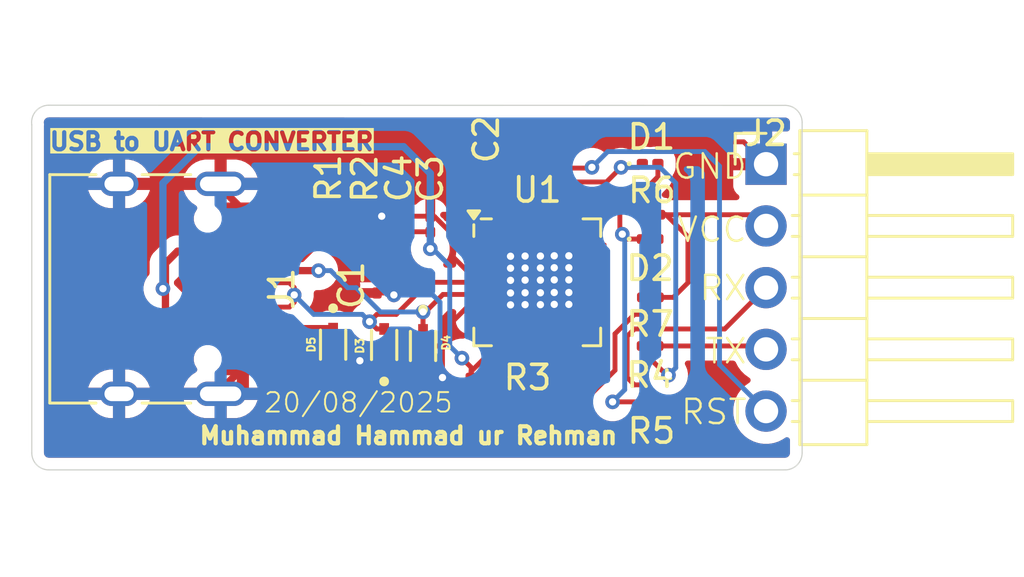
<source format=kicad_pcb>
(kicad_pcb (version 20241229) (generator "pcbnew") (generator_version "9.0")
  (layers (0 "F.Cu" signal) (2 "B.Cu" signal) (13 "F.Paste" user) (15 "B.Paste" user) (5 "F.SilkS" user "F.Silkscreen") (7 "B.SilkS" user "B.Silkscreen") (1 "F.Mask" user) (3 "B.Mask" user) (25 "Edge.Cuts" user))
  (net 0 "")
  (net 1 "GND")
  (net 2 "/RST")
  (net 3 "Net-(U1-~{DTR})")
  (net 4 "/VBUS")
  (net 5 "Net-(D1-K)")
  (net 6 "Net-(D1-A)")
  (net 7 "Net-(D2-K)")
  (net 8 "Net-(D2-A)")
  (net 9 "/D+")
  (net 10 "/D-")
  (net 12 "Net-(J1-CC1)")
  (net 13 "Net-(J1-CC2)")
  (net 15 "/RX")
  (net 16 "/TX")
  (net 17 "Net-(U1-~{RST})")
  (footprint "LED_SMD:LED_0201_0603Metric" (layer "F.Cu") (at 138.445 102.2)
    (property "Reference" "D2" (at 0 1.2 0) (layer "F.SilkS"))
    (property "Value" "LED")
    (fp_circle (center -0.86 0) (end -0.81 0) (stroke (width 0.1)) (fill no) (layer "F.SilkS"))
    (pad "1" smd roundrect (at -0.32 0) (size 0.46 0.4) (layers "F.Cu" "F.Mask") (net 7 "Net-(D2-K)"))
    (pad "2" smd roundrect (at 0.32 0) (size 0.46 0.4) (layers "F.Cu" "F.Mask") (net 8 "Net-(D2-A)"))
  )
  (footprint "LEDSD5D5.OCT1G:TVS_LESD5D5.0CT1G" (layer "F.Cu") (at 127.5 106.56 90)
    (property "Reference" "D3" (at -0.04 -1 90) (layer "F.SilkS") (effects (font (size 0.32 0.32))))
    (property "Value" "LESD5D5.0CT1G")
    (fp_line (start -0.6 -0.52) (end 0.6 -0.52) (stroke (width 0.127)) (layer "F.SilkS"))
    (fp_line (start 0.6 0.52) (end -0.6 0.52) (stroke (width 0.127)) (layer "F.SilkS"))
    (fp_circle (center -1.5 0) (end -1.4 0) (stroke (width 0.2)) (fill no) (layer "F.SilkS"))
    (pad "1" smd rect (at -0.66 0 90) (size 0.48 0.4) (layers "F.Cu" "F.Mask" "F.Paste") (net 1 "GND"))
    (pad "2" smd rect (at 0.66 0 90) (size 0.48 0.4) (layers "F.Cu" "F.Mask" "F.Paste") (net 9 "/D+"))
  )
  (footprint "Resistor_SMD:R_0201_0603Metric" (layer "F.Cu") (at 138.52 101.2 180)
    (property "Reference" "R6" (at 0 1 0) (layer "F.SilkS"))
    (property "Value" "1k")
    (pad "1" smd roundrect (at -0.32 0 180) (size 0.46 0.4) (layers "F.Cu" "F.Mask") (net 4 "/VBUS"))
    (pad "2" smd roundrect (at 0.32 0 180) (size 0.46 0.4) (layers "F.Cu" "F.Mask") (net 6 "Net-(D1-A)"))
  )
  (footprint "Package_DFN_QFN:QFN-28-1EP_5x5mm_P0.5mm_EP3.35x3.35mm" (layer "F.Cu") (at 133.8 103.98)
    (property "Reference" "U1" (at 0 -3.8 0) (layer "F.SilkS"))
    (property "Value" "CP2102N-Axx-xQFN28")
    (fp_line (start -2.61 -1.885) (end -2.61 -2.37) (stroke (width 0.12)) (layer "F.SilkS"))
    (fp_line (start -2.61 2.61) (end -2.61 1.885) (stroke (width 0.12)) (layer "F.SilkS"))
    (fp_line (start -1.885 -2.61) (end -2.31 -2.61) (stroke (width 0.12)) (layer "F.SilkS"))
    (fp_line (start -1.885 2.61) (end -2.61 2.61) (stroke (width 0.12)) (layer "F.SilkS"))
    (fp_line (start 1.885 -2.61) (end 2.61 -2.61) (stroke (width 0.12)) (layer "F.SilkS"))
    (fp_line (start 1.885 2.61) (end 2.61 2.61) (stroke (width 0.12)) (layer "F.SilkS"))
    (fp_line (start 2.61 -2.61) (end 2.61 -1.885) (stroke (width 0.12)) (layer "F.SilkS"))
    (fp_line (start 2.61 2.61) (end 2.61 1.885) (stroke (width 0.12)) (layer "F.SilkS"))
    (fp_poly (pts (xy -2.61 -2.61) (xy -2.85 -2.94) (xy -2.37 -2.94)) (stroke (width 0.12)) (fill yes) (layer "F.SilkS"))
    (pad "1" smd roundrect (at -2.45 -1.5) (size 0.8 0.25) (layers "F.Cu" "F.Mask" "F.Paste"))
    (pad "2" smd roundrect (at -2.45 -1) (size 0.8 0.25) (layers "F.Cu" "F.Mask" "F.Paste"))
    (pad "3" smd roundrect (at -2.45 -0.5) (size 0.8 0.25) (layers "F.Cu" "F.Mask" "F.Paste") (net 1 "GND"))
    (pad "4" smd roundrect (at -2.45 0) (size 0.8 0.25) (layers "F.Cu" "F.Mask" "F.Paste") (net 9 "/D+"))
    (pad "5" smd roundrect (at -2.45 0.5) (size 0.8 0.25) (layers "F.Cu" "F.Mask" "F.Paste") (net 10 "/D-"))
    (pad "6" smd roundrect (at -2.45 1) (size 0.8 0.25) (layers "F.Cu" "F.Mask" "F.Paste") (net 1 "GND"))
    (pad "7" smd roundrect (at -2.45 1.5) (size 0.8 0.25) (layers "F.Cu" "F.Mask" "F.Paste") (net 4 "/VBUS"))
    (pad "8" smd roundrect (at -1.5 2.45) (size 0.25 0.8) (layers "F.Cu" "F.Mask" "F.Paste") (net 4 "/VBUS"))
    (pad "9" smd roundrect (at -1 2.45) (size 0.25 0.8) (layers "F.Cu" "F.Mask" "F.Paste") (net 17 "Net-(U1-~{RST})"))
    (pad "10" smd roundrect (at -0.5 2.45) (size 0.25 0.8) (layers "F.Cu" "F.Mask" "F.Paste"))
    (pad "11" smd roundrect (at 0 2.45) (size 0.25 0.8) (layers "F.Cu" "F.Mask" "F.Paste"))
    (pad "12" smd roundrect (at 0.5 2.45) (size 0.25 0.8) (layers "F.Cu" "F.Mask" "F.Paste"))
    (pad "13" smd roundrect (at 1 2.45) (size 0.25 0.8) (layers "F.Cu" "F.Mask" "F.Paste"))
    (pad "14" smd roundrect (at 1.5 2.45) (size 0.25 0.8) (layers "F.Cu" "F.Mask" "F.Paste"))
    (pad "15" smd roundrect (at 2.45 1.5) (size 0.8 0.25) (layers "F.Cu" "F.Mask" "F.Paste"))
    (pad "16" smd roundrect (at 2.45 1) (size 0.8 0.25) (layers "F.Cu" "F.Mask" "F.Paste"))
    (pad "17" smd roundrect (at 2.45 0.5) (size 0.8 0.25) (layers "F.Cu" "F.Mask" "F.Paste"))
    (pad "18" smd roundrect (at 2.45 0) (size 0.8 0.25) (layers "F.Cu" "F.Mask" "F.Paste"))
    (pad "19" smd roundrect (at 2.45 -0.5) (size 0.8 0.25) (layers "F.Cu" "F.Mask" "F.Paste"))
    (pad "20" smd roundrect (at 2.45 -1) (size 0.8 0.25) (layers "F.Cu" "F.Mask" "F.Paste"))
    (pad "21" smd roundrect (at 2.45 -1.5) (size 0.8 0.25) (layers "F.Cu" "F.Mask" "F.Paste"))
    (pad "22" smd roundrect (at 1.5 -2.45) (size 0.25 0.8) (layers "F.Cu" "F.Mask" "F.Paste"))
    (pad "23" smd roundrect (at 1 -2.45) (size 0.25 0.8) (layers "F.Cu" "F.Mask" "F.Paste"))
    (pad "24" smd roundrect (at 0.5 -2.45) (size 0.25 0.8) (layers "F.Cu" "F.Mask" "F.Paste"))
    (pad "25" smd roundrect (at 0 -2.45) (size 0.25 0.8) (layers "F.Cu" "F.Mask" "F.Paste") (net 7 "Net-(D2-K)"))
    (pad "26" smd roundrect (at -0.5 -2.45) (size 0.25 0.8) (layers "F.Cu" "F.Mask" "F.Paste") (net 5 "Net-(D1-K)"))
    (pad "27" smd roundrect (at -1 -2.45) (size 0.25 0.8) (layers "F.Cu" "F.Mask" "F.Paste"))
    (pad "28" smd roundrect (at -1.5 -2.45) (size 0.25 0.8) (layers "F.Cu" "F.Mask" "F.Paste") (net 3 "Net-(U1-~{DTR})"))
    (pad "29" smd rect (at 0 0) (size 3.35 3.35) (property pad_prop_heatsink) (layers "F.Cu" "F.Mask") (net 1 "GND"))
  )
  (footprint "Resistor_SMD:R_0201_0603Metric" (layer "F.Cu") (at 138.445 106.6 180)
    (property "Reference" "R4" (at 0 -1.2 0) (layer "F.SilkS"))
    (property "Value" "1k")
    (pad "1" smd roundrect (at -0.32 0 180) (size 0.46 0.4) (layers "F.Cu" "F.Mask") (net 16 "/TX"))
    (pad "2" smd roundrect (at 0.32 0 180) (size 0.46 0.4) (layers "F.Cu" "F.Mask") (net 5 "Net-(D1-K)"))
  )
  (footprint "Connector_PinHeader_2.54mm:PinHeader_1x05_P2.54mm_Horizontal" (layer "F.Cu") (at 143.215 99.12)
    (property "Reference" "J2" (at 0 -1.27 0) (layer "F.SilkS"))
    (property "Value" "Conn_01x05_Pin")
    (fp_line (start -1.27 -1.27) (end 0 -1.27) (stroke (width 0.12)) (layer "F.SilkS"))
    (fp_line (start -1.27 0) (end -1.27 -1.27) (stroke (width 0.12)) (layer "F.SilkS"))
    (fp_line (start 1.077358 2.11) (end 1.39 2.11) (stroke (width 0.12)) (layer "F.SilkS"))
    (fp_line (start 1.077358 2.97) (end 1.39 2.97) (stroke (width 0.12)) (layer "F.SilkS"))
    (fp_line (start 1.077358 4.65) (end 1.39 4.65) (stroke (width 0.12)) (layer "F.SilkS"))
    (fp_line (start 1.077358 5.51) (end 1.39 5.51) (stroke (width 0.12)) (layer "F.SilkS"))
    (fp_line (start 1.077358 7.19) (end 1.39 7.19) (stroke (width 0.12)) (layer "F.SilkS"))
    (fp_line (start 1.077358 8.05) (end 1.39 8.05) (stroke (width 0.12)) (layer "F.SilkS"))
    (fp_line (start 1.077358 9.73) (end 1.39 9.73) (stroke (width 0.12)) (layer "F.SilkS"))
    (fp_line (start 1.077358 10.59) (end 1.39 10.59) (stroke (width 0.12)) (layer "F.SilkS"))
    (fp_line (start 1.16 -0.43) (end 1.39 -0.43) (stroke (width 0.12)) (layer "F.SilkS"))
    (fp_line (start 1.16 0.43) (end 1.39 0.43) (stroke (width 0.12)) (layer "F.SilkS"))
    (fp_line (start 1.39 -1.38) (end 1.39 11.54) (stroke (width 0.12)) (layer "F.SilkS"))
    (fp_line (start 1.39 1.27) (end 4.15 1.27) (stroke (width 0.12)) (layer "F.SilkS"))
    (fp_line (start 1.39 3.81) (end 4.15 3.81) (stroke (width 0.12)) (layer "F.SilkS"))
    (fp_line (start 1.39 6.35) (end 4.15 6.35) (stroke (width 0.12)) (layer "F.SilkS"))
    (fp_line (start 1.39 8.89) (end 4.15 8.89) (stroke (width 0.12)) (layer "F.SilkS"))
    (fp_line (start 1.39 11.54) (end 4.15 11.54) (stroke (width 0.12)) (layer "F.SilkS"))
    (fp_line (start 4.15 -1.38) (end 1.39 -1.38) (stroke (width 0.12)) (layer "F.SilkS"))
    (fp_line (start 4.15 2.11) (end 10.15 2.11) (stroke (width 0.12)) (layer "F.SilkS"))
    (fp_line (start 4.15 4.65) (end 10.15 4.65) (stroke (width 0.12)) (layer "F.SilkS"))
    (fp_line (start 4.15 7.19) (end 10.15 7.19) (stroke (width 0.12)) (layer "F.SilkS"))
    (fp_line (start 4.15 9.73) (end 10.15 9.73) (stroke (width 0.12)) (layer "F.SilkS"))
    (fp_line (start 4.15 11.54) (end 4.15 -1.38) (stroke (width 0.12)) (layer "F.SilkS"))
    (fp_line (start 10.15 2.11) (end 10.15 2.97) (stroke (width 0.12)) (layer "F.SilkS"))
    (fp_line (start 10.15 2.97) (end 4.15 2.97) (stroke (width 0.12)) (layer "F.SilkS"))
    (fp_line (start 10.15 4.65) (end 10.15 5.51) (stroke (width 0.12)) (layer "F.SilkS"))
    (fp_line (start 10.15 5.51) (end 4.15 5.51) (stroke (width 0.12)) (layer "F.SilkS"))
    (fp_line (start 10.15 7.19) (end 10.15 8.05) (stroke (width 0.12)) (layer "F.SilkS"))
    (fp_line (start 10.15 8.05) (end 4.15 8.05) (stroke (width 0.12)) (layer "F.SilkS"))
    (fp_line (start 10.15 9.73) (end 10.15 10.59) (stroke (width 0.12)) (layer "F.SilkS"))
    (fp_line (start 10.15 10.59) (end 4.15 10.59) (stroke (width 0.12)) (layer "F.SilkS"))
    (fp_rect (start 4.15 -0.43) (end 10.15 0.43) (stroke (width 0.12)) (fill yes) (layer "F.SilkS"))
    (pad "1" thru_hole rect (at 0 0) (size 1.7 1.7) (drill 1) (layers "*.Cu" "*.Mask") (net 1 "GND"))
    (pad "2" thru_hole circle (at 0 2.54) (size 1.7 1.7) (drill 1) (layers "*.Cu" "*.Mask") (net 4 "/VBUS"))
    (pad "3" thru_hole circle (at 0 5.08) (size 1.7 1.7) (drill 1) (layers "*.Cu" "*.Mask") (net 15 "/RX"))
    (pad "4" thru_hole circle (at 0 7.62) (size 1.7 1.7) (drill 1) (layers "*.Cu" "*.Mask") (net 16 "/TX"))
    (pad "5" thru_hole circle (at 0 10.16) (size 1.7 1.7) (drill 1) (layers "*.Cu" "*.Mask") (net 2 "/RST"))
  )
  (footprint "Resistor_SMD:R_0201_0603Metric" (layer "F.Cu") (at 126.7 101.6 90)
    (property "Reference" "R2" (at 1.88 0 90) (layer "F.SilkS"))
    (property "Value" "5.1K")
    (pad "1" smd roundrect (at -0.32 0 90) (size 0.46 0.4) (layers "F.Cu" "F.Mask") (net 13 "Net-(J1-CC2)"))
    (pad "2" smd roundrect (at 0.32 0 90) (size 0.46 0.4) (layers "F.Cu" "F.Mask") (net 1 "GND"))
  )
  (footprint "Capacitor_SMD:C_0201_0603Metric" (layer "F.Cu") (at 127.2 104.1 90)
    (property "Reference" "C1" (at 0 -1.05 90) (layer "F.SilkS"))
    (property "Value" "100nf")
    (pad "1" smd roundrect (at -0.32 0 90) (size 0.46 0.4) (layers "F.Cu" "F.Mask") (net 1 "GND"))
    (pad "2" smd roundrect (at 0.32 0 90) (size 0.46 0.4) (layers "F.Cu" "F.Mask") (net 1 "GND"))
  )
  (footprint "Resistor_SMD:R_0201_0603Metric" (layer "F.Cu") (at 125.2 101.58 90)
    (property "Reference" "R1" (at 1.88 0 90) (layer "F.SilkS"))
    (property "Value" "5.1K")
    (pad "1" smd roundrect (at -0.32 0 90) (size 0.46 0.4) (layers "F.Cu" "F.Mask") (net 12 "Net-(J1-CC1)"))
    (pad "2" smd roundrect (at 0.32 0 90) (size 0.46 0.4) (layers "F.Cu" "F.Mask") (net 1 "GND"))
  )
  (footprint "Connector_USB:USB_C_Receptacle_HRO_TYPE-C-31-M-12" (layer "F.Cu") (at 117.64 104.25 -90)
    (property "Reference" "J1" (at 0 -5.645 90) (layer "F.SilkS"))
    (property "Value" "USB_C_Receptacle_USB2.0_16P")
    (fp_line (start -4.7 3.9) (end 4.7 3.9) (stroke (width 0.12)) (layer "F.SilkS"))
    (fp_line (start -4.7 2) (end -4.7 3.9) (stroke (width 0.12)) (layer "F.SilkS"))
    (fp_line (start 4.7 2) (end 4.7 3.9) (stroke (width 0.12)) (layer "F.SilkS"))
    (fp_line (start -4.7 -1.9) (end -4.7 0.1) (stroke (width 0.12)) (layer "F.SilkS"))
    (fp_line (start 4.7 -1.9) (end 4.7 0.1) (stroke (width 0.12)) (layer "F.SilkS"))
    (pad "" np_thru_hole circle (at -2.89 -2.6 270) (size 0.65 0.65) (drill 0.65) (layers "*.Cu" "*.Mask"))
    (pad "" np_thru_hole circle (at 2.89 -2.6 270) (size 0.65 0.65) (drill 0.65) (layers "*.Cu" "*.Mask"))
    (pad "A1" smd rect (at -3.25 -4.045 270) (size 0.6 1.45) (layers "F.Cu" "F.Mask" "F.Paste") (net 1 "GND"))
    (pad "A4" smd rect (at -2.45 -4.045 270) (size 0.6 1.45) (layers "F.Cu" "F.Mask" "F.Paste") (net 4 "/VBUS"))
    (pad "A5" smd rect (at -1.25 -4.045 270) (size 0.3 1.45) (layers "F.Cu" "F.Mask" "F.Paste") (net 12 "Net-(J1-CC1)"))
    (pad "A6" smd rect (at -0.25 -4.045 270) (size 0.3 1.45) (layers "F.Cu" "F.Mask" "F.Paste") (net 9 "/D+"))
    (pad "A7" smd rect (at 0.25 -4.045 270) (size 0.3 1.45) (layers "F.Cu" "F.Mask" "F.Paste") (net 10 "/D-"))
    (pad "A8" smd rect (at 1.25 -4.045 270) (size 0.3 1.45) (layers "F.Cu" "F.Mask" "F.Paste"))
    (pad "A9" smd rect (at 2.45 -4.045 270) (size 0.6 1.45) (layers "F.Cu" "F.Mask" "F.Paste") (net 4 "/VBUS"))
    (pad "A12" smd rect (at 3.25 -4.045 270) (size 0.6 1.45) (layers "F.Cu" "F.Mask" "F.Paste") (net 1 "GND"))
    (pad "B1" smd rect (at 3.25 -4.045 270) (size 0.6 1.45) (layers "F.Cu" "F.Mask" "F.Paste") (net 1 "GND"))
    (pad "B4" smd rect (at 2.45 -4.045 270) (size 0.6 1.45) (layers "F.Cu" "F.Mask" "F.Paste") (net 4 "/VBUS"))
    (pad "B5" smd rect (at 1.75 -4.045 270) (size 0.3 1.45) (layers "F.Cu" "F.Mask" "F.Paste") (net 13 "Net-(J1-CC2)"))
    (pad "B6" smd rect (at 0.75 -4.045 270) (size 0.3 1.45) (layers "F.Cu" "F.Mask" "F.Paste") (net 9 "/D+"))
    (pad "B7" smd rect (at -0.75 -4.045 270) (size 0.3 1.45) (layers "F.Cu" "F.Mask" "F.Paste") (net 10 "/D-"))
    (pad "B8" smd rect (at -1.75 -4.045 270) (size 0.3 1.45) (layers "F.Cu" "F.Mask" "F.Paste"))
    (pad "B9" smd rect (at -2.45 -4.045 270) (size 0.6 1.45) (layers "F.Cu" "F.Mask" "F.Paste") (net 4 "/VBUS"))
    (pad "B12" smd rect (at -3.25 -4.045 270) (size 0.6 1.45) (layers "F.Cu" "F.Mask" "F.Paste") (net 1 "GND"))
    (pad "S1" thru_hole oval (at -4.32 -3.13 270) (size 1 2.1) (drill oval 0.6 1.7) (property pad_prop_heatsink) (layers "*.Cu" "*.Mask") (net 1 "GND"))
    (pad "S1" thru_hole oval (at -4.32 1.05 270) (size 1 1.6) (drill oval 0.6 1.2) (property pad_prop_heatsink) (layers "*.Cu" "*.Mask") (net 1 "GND"))
    (pad "S1" thru_hole oval (at 4.32 -3.13 270) (size 1 2.1) (drill oval 0.6 1.7) (property pad_prop_heatsink) (layers "*.Cu" "*.Mask") (net 1 "GND"))
    (pad "S1" thru_hole oval (at 4.32 1.05 270) (size 1 1.6) (drill oval 0.6 1.2) (property pad_prop_heatsink) (layers "*.Cu" "*.Mask") (net 1 "GND"))
  )
  (footprint "LEDSD5D5.OCT1G:TVS_LESD5D5.0CT1G" (layer "F.Cu") (at 129.1 106.6 -90)
    (property "Reference" "D4" (at -0.134 -0.9532 90) (layer "F.SilkS") (effects (font (size 0.32 0.32))))
    (property "Value" "LESD5D5.0CT1G")
    (fp_line (start 0.6 0.52) (end -0.6 0.52) (stroke (width 0.127)) (layer "F.SilkS"))
    (fp_line (start -0.6 -0.52) (end 0.6 -0.52) (stroke (width 0.127)) (layer "F.SilkS"))
    (fp_circle (center -1.5 0) (end -1.4 0) (stroke (width 0.2)) (fill no) (layer "F.SilkS"))
    (pad "1" smd rect (at -0.66 0 270) (size 0.48 0.4) (layers "F.Cu" "F.Mask" "F.Paste") (net 10 "/D-"))
    (pad "2" smd rect (at 0.66 0 270) (size 0.48 0.4) (layers "F.Cu" "F.Mask" "F.Paste") (net 1 "GND"))
  )
  (footprint "Resistor_SMD:R_0201_0603Metric" (layer "F.Cu") (at 138.455 104.6 180)
    (property "Reference" "R7" (at 0.01 -1.1 0) (layer "F.SilkS"))
    (property "Value" "1k")
    (pad "1" smd roundrect (at -0.32 0 180) (size 0.46 0.4) (layers "F.Cu" "F.Mask") (net 4 "/VBUS"))
    (pad "2" smd roundrect (at 0.32 0 180) (size 0.46 0.4) (layers "F.Cu" "F.Mask") (net 8 "Net-(D2-A)"))
  )
  (footprint "Resistor_SMD:R_0201_0603Metric" (layer "F.Cu") (at 138.445 108.9 180)
    (property "Reference" "R5" (at -0.055 -1.2 0) (layer "F.SilkS"))
    (property "Value" "1k")
    (pad "1" smd roundrect (at -0.32 0 180) (size 0.46 0.4) (layers "F.Cu" "F.Mask") (net 15 "/RX"))
    (pad "2" smd roundrect (at 0.32 0 180) (size 0.46 0.4) (layers "F.Cu" "F.Mask") (net 7 "Net-(D2-K)"))
  )
  (footprint "LEDSD5D5.OCT1G:TVS_LESD5D5.0CT1G" (layer "F.Cu") (at 125.4 106.5475 -90)
    (property "Reference" "D5" (at 0 0.9 90) (layer "F.SilkS") (effects (font (size 0.32 0.32) (thickness 0.08))))
    (property "Value" "LESD5D5.0CT1G")
    (fp_line (start 0.6 0.52) (end -0.6 0.52) (stroke (width 0.127)) (layer "F.SilkS"))
    (fp_line (start -0.6 -0.52) (end 0.6 -0.52) (stroke (width 0.127)) (layer "F.SilkS"))
    (fp_circle (center -1.5 0) (end -1.4 0) (stroke (width 0.2)) (fill no) (layer "F.SilkS"))
    (pad "1" smd rect (at -0.66 0 270) (size 0.48 0.4) (layers "F.Cu" "F.Mask" "F.Paste") (net 4 "/VBUS"))
    (pad "2" smd rect (at 0.66 0 270) (size 0.48 0.4) (layers "F.Cu" "F.Mask" "F.Paste") (net 1 "GND"))
  )
  (footprint "Resistor_SMD:R_0201_0603Metric" (layer "F.Cu") (at 131.4 107.9)
    (property "Reference" "R3" (at 2 0 0) (layer "F.SilkS"))
    (property "Value" "10K")
    (pad "1" smd roundrect (at -0.32 0) (size 0.46 0.4) (layers "F.Cu" "F.Mask") (net 4 "/VBUS"))
    (pad "2" smd roundrect (at 0.32 0) (size 0.46 0.4) (layers "F.Cu" "F.Mask") (net 17 "Net-(U1-~{RST})"))
  )
  (footprint "Capacitor_SMD:C_0201_0603Metric" (layer "F.Cu") (at 129.4 101.6 90)
    (property "Reference" "C3" (at 1.88 0 90) (layer "F.SilkS"))
    (property "Value" "100nf")
    (pad "1" smd roundrect (at -0.32 0 90) (size 0.46 0.4) (layers "F.Cu" "F.Mask") (net 4 "/VBUS"))
    (pad "2" smd roundrect (at 0.32 0 90) (size 0.46 0.4) (layers "F.Cu" "F.Mask") (net 1 "GND"))
  )
  (footprint "Capacitor_SMD:C_0201_0603Metric" (layer "F.Cu") (at 128.1 101.58 90)
    (property "Reference" "C4" (at 1.88 0 90) (layer "F.SilkS"))
    (property "Value" "100nf")
    (pad "1" smd roundrect (at -0.32 0 90) (size 0.46 0.4) (layers "F.Cu" "F.Mask") (net 4 "/VBUS"))
    (pad "2" smd roundrect (at 0.32 0 90) (size 0.46 0.4) (layers "F.Cu" "F.Mask") (net 1 "GND"))
  )
  (footprint "LED_SMD:LED_0201_0603Metric" (layer "F.Cu") (at 138.445 99.1)
    (property "Reference" "D1" (at 0.055 -1.1 0) (layer "F.SilkS"))
    (property "Value" "LED")
    (fp_circle (center -0.86 0) (end -0.81 0) (stroke (width 0.1)) (fill no) (layer "F.SilkS"))
    (pad "1" smd roundrect (at -0.32 0) (size 0.46 0.4) (layers "F.Cu" "F.Mask") (net 5 "Net-(D1-K)"))
    (pad "2" smd roundrect (at 0.32 0) (size 0.46 0.4) (layers "F.Cu" "F.Mask") (net 6 "Net-(D1-A)"))
  )
  (footprint "Capacitor_SMD:C_0201_0603Metric" (layer "F.Cu") (at 131.6 99.6 90)
    (property "Reference" "C2" (at 1.5 0.1 90) (layer "F.SilkS"))
    (property "Value" "100nf")
    (pad "1" smd roundrect (at -0.32 0 90) (size 0.46 0.4) (layers "F.Cu" "F.Mask") (net 3 "Net-(U1-~{DTR})"))
    (pad "2" smd roundrect (at 0.32 0 90) (size 0.46 0.4) (layers "F.Cu" "F.Mask") (net 2 "/RST"))
  )
  (gr_arc (start 113.7 111.7) (mid 113.205025 111.494975) (end 113 111) (stroke (width 0.05)) (layer "Edge.Cuts"))
  (gr_arc (start 113 97.5) (mid 113.165813 96.936702) (end 113.7 96.692893) (stroke (width 0.05)) (layer "Edge.Cuts"))
  (gr_line (start 144.7 97.4) (end 144.7 111) (stroke (width 0.05)) (layer "Edge.Cuts"))
  (gr_arc (start 144 96.7) (mid 144.494975 96.905025) (end 144.7 97.4) (stroke (width 0.05)) (layer "Edge.Cuts"))
  (gr_line (start 113.7 111.7) (end 144 111.7) (stroke (width 0.05)) (layer "Edge.Cuts"))
  (gr_line (start 144 96.7) (end 113.7 96.692893) (stroke (width 0.05)) (layer "Edge.Cuts"))
  (gr_arc (start 144.7 111) (mid 144.494975 111.494975) (end 144 111.7) (stroke (width 0.05)) (layer "Edge.Cuts"))
  (gr_line (start 113.000001 97.5) (end 113 111) (stroke (width 0.05)) (layer "Edge.Cuts"))
  (gr_text "RST\n" (at 139.642857 109.9 0) (layer "F.SilkS") (effects (font (size 1 1) (thickness 0.1)) (justify left bottom)))
  (gr_text "VCC\n" (at 139.5 102.4 0) (layer "F.SilkS") (effects (font (size 1 1) (thickness 0.1)) (justify left bottom)))
  (gr_text "RX\n" (at 140.404762 104.8 0) (layer "F.SilkS") (effects (font (size 1 1) (thickness 0.1)) (justify left bottom)))
  (gr_text "Muhammad Hammad ur Rehman" (at 128.5 110.7 0) (layer "F.SilkS") (effects (font (size 0.7 0.7) (thickness 0.175) (bold yes)) (justify bottom)))
  (gr_text "TX\n" (at 140.642857 107.4 0) (layer "F.SilkS") (effects (font (size 1 1) (thickness 0.1)) (justify left bottom)))
  (gr_text "GND\n" (at 139.309524 99.8 0) (layer "F.SilkS") (effects (font (size 1 1) (thickness 0.1)) (justify left bottom)))
  (gr_text "USB to UART CONVERTER" (at 120.4 98.6 0) (layer "F.SilkS" knockout) (effects (font (size 0.7 0.7) (thickness 0.175) (bold yes)) (justify bottom)))
  (gr_text "20/08/2025" (at 122.5 109.4 0) (layer "F.SilkS") (effects (font (size 0.8 0.8) (thickness 0.08)) (justify left bottom)))
  (segment (start 129.4 101.28) (end 129.4 100) (width 0.2) (layer "F.Cu") (net 1))
  (segment (start 132.5 103.48) (end 133 103.48) (width 0.2) (layer "F.Cu") (net 1))
  (segment (start 129.4 100) (end 131.2 98.2) (width 0.2) (layer "F.Cu") (net 1))
  (segment (start 125.2 101.26) (end 124.94 101) (width 0.3) (layer "F.Cu") (net 1))
  (segment (start 133.3 103.48) (end 133.46 103.64) (width 0.2) (layer "F.Cu") (net 1))
  (segment (start 121.685 107.5) (end 120.615 108.57) (width 0.3) (layer "F.Cu") (net 1))
  (segment (start 120.615 108.57) (end 116.59 108.57) (width 0.3) (layer "F.Cu") (net 1))
  (segment (start 129.06 107.22) (end 129.1 107.26) (width 0.2) (layer "F.Cu") (net 1))
  (segment (start 129.9 107.9) (end 129.9 108) (width 0.2) (layer "F.Cu") (net 1))
  (segment (start 126.5 107.2075) (end 127.4875 107.2075) (width 0.3) (layer "F.Cu") (net 1))
  (segment (start 125.4125 107.22) (end 125.4 107.2075) (width 0.3) (layer "F.Cu") (net 1))
  (segment (start 125.1075 107.5) (end 121.685 107.5) (width 0.3) (layer "F.Cu") (net 1))
  (segment (start 127.2 104.42) (end 127.82 104.42) (width 0.2) (layer "F.Cu") (net 1))
  (segment (start 128.1 101.26) (end 129.38 101.26) (width 0.2) (layer "F.Cu") (net 1))
  (segment (start 125.4 107.2075) (end 125.1075 107.5) (width 0.3) (layer "F.Cu") (net 1))
  (segment (start 130.934202 104.98) (end 129.9 106.014202) (width 0.2) (layer "F.Cu") (net 1))
  (segment (start 127.2 102.7) (end 127.4 102.5) (width 0.2) (layer "F.Cu") (net 1))
  (segment (start 130.3 102.9) (end 130.88 103.48) (width 0.2) (layer "F.Cu") (net 1))
  (segment (start 127.5 107.22) (end 129.06 107.22) (width 0.2) (layer "F.Cu") (net 1))
  (segment (start 127.2 103.78) (end 127.2 102.7) (width 0.2) (layer "F.Cu") (net 1))
  (segment (start 129.38 101.26) (end 129.4 101.28) (width 0.2) (layer "F.Cu") (net 1))
  (segment (start 133 103.48) (end 133.3 103.48) (width 0.2) (layer "F.Cu") (net 1))
  (segment (start 131.35 104.98) (end 130.934202 104.98) (width 0.2) (layer "F.Cu") (net 1))
  (segment (start 142.295 98.2) (end 143.215 99.12) (width 0.2) (layer "F.Cu") (net 1))
  (segment (start 130.88 103.48) (end 132.5 103.48) (width 0.2) (layer "F.Cu") (net 1))
  (segment (start 125.2 101.26) (end 127.4 101.26) (width 0.3) (layer "F.Cu") (net 1))
  (segment (start 129.4 101.28) (end 129.58 101.28) (width 0.2) (layer "F.Cu") (net 1))
  (segment (start 127.82 104.42) (end 127.9 104.5) (width 0.2) (layer "F.Cu") (net 1))
  (segment (start 124.94 101) (end 121.685 101) (width 0.3) (layer "F.Cu") (net 1))
  (segment (start 130.3 102) (end 130.3 102.9) (width 0.2) (layer "F.Cu") (net 1))
  (segment (start 129.58 101.28) (end 130.3 102) (width 0.2) (layer "F.Cu") (net 1))
  (segment (start 127.4 101.26) (end 128.1 101.26) (width 0.3) (layer "F.Cu") (net 1))
  (segment (start 127.4 102.5) (end 127.4 101.26) (width 0.2) (layer "F.Cu") (net 1))
  (segment (start 120.615 99.93) (end 116.59 99.93) (width 0.3) (layer "F.Cu") (net 1))
  (segment (start 125.4 107.2075) (end 126.5 107.2075) (width 0.3) (layer "F.Cu") (net 1))
  (segment (start 129.9 106.014202) (end 129.9 107.9) (width 0.2) (layer "F.Cu") (net 1))
  (segment (start 127.4875 107.2075) (end 127.5 107.22) (width 0.3) (layer "F.Cu") (net 1))
  (segment (start 131.2 98.2) (end 142.295 98.2) (width 0.2) (layer "F.Cu") (net 1))
  (segment (start 121.685 101) (end 120.615 99.93) (width 0.3) (layer "F.Cu") (net 1))
  (via (at 134.5 102.888663) (size 0.6) (drill 0.3) (layers "F.Cu" "B.Cu") (net 1))
  (via (at 132.7 103.4) (size 0.6) (drill 0.3) (layers "F.Cu" "B.Cu") (net 1))
  (via (at 127.9 104.5) (size 0.6) (drill 0.3) (layers "F.Cu" "B.Cu") (net 1))
  (via (at 135.1 104.888663) (size 0.6) (drill 0.3) (layers "F.Cu" "B.Cu") (net 1))
  (via (at 127.4 101.26) (size 0.6) (drill 0.3) (layers "F.Cu" "B.Cu") (net 1))
  (via (at 134.5 103.88) (size 0.6) (drill 0.3) (layers "F.Cu" "B.Cu") (net 1))
  (via (at 133.930262 103.891337) (size 0.6) (drill 0.3) (layers "F.Cu" "B.Cu") (net 1))
  (via (at 133.930262 104.9) (size 0.6) (drill 0.3) (layers "F.Cu" "B.Cu") (net 1))
  (via (at 132.7 104.908663) (size 0.6) (drill 0.3) (layers "F.Cu" "B.Cu") (net 1))
  (via (at 133.930262 104.411337) (size 0.6) (drill 0.3) (layers "F.Cu" "B.Cu") (net 1))
  (via (at 126.5 107.2075) (size 0.6) (drill 0.3) (layers "F.Cu" "B.Cu") (net 1))
  (via (at 132.7 103.9) (size 0.6) (drill 0.3) (layers "F.Cu" "B.Cu") (net 1))
  (via (at 134.5 104.888663) (size 0.6) (drill 0.3) (layers "F.Cu" "B.Cu") (net 1))
  (via (at 133.3 103.391337) (size 0.6) (drill 0.3) (layers "F.Cu" "B.Cu") (net 1))
  (via (at 132.7 104.42) (size 0.6) (drill 0.3) (layers "F.Cu" "B.Cu") (net 1))
  (via (at 132.7 102.908663) (size 0.6) (drill 0.3) (layers "F.Cu" "B.Cu") (net 1))
  (via (at 134.5 104.4) (size 0.6) (drill 0.3) (layers "F.Cu" "B.Cu") (net 1))
  (via (at 133.930262 103.391337) (size 0.6) (drill 0.3) (layers "F.Cu" "B.Cu") (net 1))
  (via (at 135.1 102.888663) (size 0.6) (drill 0.3) (layers "F.Cu" "B.Cu") (net 1))
  (via (at 135.1 104.4) (size 0.6) (drill 0.3) (layers "F.Cu" "B.Cu") (net 1))
  (via (at 129.9 107.9) (size 0.6) (drill 0.3) (layers "F.Cu" "B.Cu") (net 1))
  (via (at 133.3 104.9) (size 0.6) (drill 0.3) (layers "F.Cu" "B.Cu") (net 1))
  (via (at 135.1 103.38) (size 0.6) (drill 0.3) (layers "F.Cu" "B.Cu") (net 1))
  (via (at 133.3 102.9) (size 0.6) (drill 0.3) (layers "F.Cu" "B.Cu") (net 1))
  (via (at 133.3 104.411337) (size 0.6) (drill 0.3) (layers "F.Cu" "B.Cu") (net 1))
  (via (at 135.1 103.88) (size 0.6) (drill 0.3) (layers "F.Cu" "B.Cu") (net 1))
  (via (at 133.3 103.891337) (size 0.6) (drill 0.3) (layers "F.Cu" "B.Cu") (net 1))
  (via (at 134.5 103.38) (size 0.6) (drill 0.3) (layers "F.Cu" "B.Cu") (net 1))
  (via (at 133.930262 102.9) (size 0.6) (drill 0.3) (layers "F.Cu" "B.Cu") (net 1))
  (segment (start 129.9 107.9) (end 129.8 107.8) (width 0.2) (layer "B.Cu") (net 1))
  (segment (start 122.6 106.4) (end 122.6 102.3) (width 0.3) (layer "B.Cu") (net 1))
  (segment (start 122.6 102.3) (end 123.5 101.4) (width 0.3) (layer "B.Cu") (net 1))
  (segment (start 129.5 104.5) (end 127.9 104.5) (width 0.2) (layer "B.Cu") (net 1))
  (segment (start 129.9 107.9) (end 129.799 107.799) (width 0.2) (layer "B.Cu") (net 1))
  (segment (start 129.799 104.799) (end 129.5 104.5) (width 0.2) (layer "B.Cu") (net 1))
  (segment (start 123.4075 107.2075) (end 122.6 106.4) (width 0.3) (layer "B.Cu") (net 1))
  (segment (start 123.5 101.4) (end 127.26 101.4) (width 0.3) (layer "B.Cu") (net 1))
  (segment (start 126.5 107.2075) (end 123.4075 107.2075) (width 0.3) (layer "B.Cu") (net 1))
  (segment (start 129.799 107.799) (end 129.799 104.799) (width 0.2) (layer "B.Cu") (net 1))
  (segment (start 127.26 101.4) (end 127.4 101.26) (width 0.3) (layer "B.Cu") (net 1))
  (segment (start 131.6 99.28) (end 135.98 99.28) (width 0.2) (layer "F.Cu") (net 2))
  (segment (start 135.98 99.28) (end 136 99.3) (width 0.2) (layer "F.Cu") (net 2))
  (via (at 136.05 99.25) (size 0.6) (drill 0.3) (layers "F.Cu" "B.Cu") (net 2))
  (segment (start 141.3 99.2) (end 140.7 98.6) (width 0.2) (layer "B.Cu") (net 2))
  (segment (start 141.3 107.365) (end 141.3 99.2) (width 0.2) (layer "B.Cu") (net 2))
  (segment (start 136.7 98.6) (end 136.05 99.25) (width 0.2) (layer "B.Cu") (net 2))
  (segment (start 140.7 98.6) (end 136.7 98.6) (width 0.2) (layer "B.Cu") (net 2))
  (segment (start 136.05 99.25) (end 136 99.3) (width 0.2) (layer "B.Cu") (net 2))
  (segment (start 143.215 109.28) (end 141.3 107.365) (width 0.2) (layer "B.Cu") (net 2))
  (segment (start 132.02 99.92) (end 132.3 100.2) (width 0.2) (layer "F.Cu") (net 3))
  (segment (start 132.3 100.2) (end 132.3 101.53) (width 0.2) (layer "F.Cu") (net 3))
  (segment (start 131.6 99.92) (end 132.02 99.92) (width 0.2) (layer "F.Cu") (net 3))
  (segment (start 121.685 101.8) (end 120.826719 101.8) (width 0.3) (layer "F.Cu") (net 4))
  (segment (start 131.08 107.65) (end 131.08 107.9) (width 0.2) (layer "F.Cu") (net 4))
  (segment (start 118.992 105.792) (end 119.892 105.792) (width 0.3) (layer "F.Cu") (net 4))
  (segment (start 118.458596 104.241404) (end 118.5 104.2) (width 0.3) (layer "F.Cu") (net 4))
  (segment (start 131.08 107.48) (end 130.7 107.1) (width 0.2) (layer "F.Cu") (net 4))
  (segment (start 138.274999 105.3) (end 138.775 104.799999) (width 0.2) (layer "F.Cu") (net 4))
  (segment (start 121 106.7) (end 121.685 106.7) (width 0.3) (layer "F.Cu") (net 4))
  (segment (start 137 106.1) (end 137.8 105.3) (width 0.2) (layer "F.Cu") (net 4))
  (segment (start 131.08 107.9) (end 131.08 108.48) (width 0.2) (layer "F.Cu") (net 4))
  (segment (start 118.5 103.2) (end 118.5 105.3) (width 0.3) (layer "F.Cu") (net 4))
  (segment (start 138.84 101.2) (end 142.755 101.2) (width 0.2) (layer "F.Cu") (net 4))
  (segment (start 131.08 107.9) (end 131.08 107.48) (width 0.2) (layer "F.Cu") (net 4))
  (segment (start 138.775 104.799999) (end 138.775 104.6) (width 0.2) (layer "F.Cu") (net 4))
  (segment (start 139.4 104.6) (end 138.775 104.6) (width 0.2) (layer "F.Cu") (net 4))
  (segment (start 140 102.1) (end 140 104) (width 0.2) (layer "F.Cu") (net 4))
  (segment (start 131.08 108.48) (end 131.3 108.7) (width 0.2) (layer "F.Cu") (net 4))
  (segment (start 135.9 108.7) (end 137 107.6) (width 0.2) (layer "F.Cu") (net 4))
  (segment (start 119.926719 102.7) (end 119 102.7) (width 0.3) (layer "F.Cu") (net 4))
  (segment (start 132.3 106.43) (end 131.08 107.65) (width 0.2) (layer "F.Cu") (net 4))
  (segment (start 119 102.7) (end 118.5 103.2) (width 0.3) (layer "F.Cu") (net 4))
  (segment (start 119.892 105.792) (end 120.092 105.792) (width 0.3) (layer "F.Cu") (net 4))
  (segment (start 139.1 101.2) (end 140 102.1) (width 0.2) (layer "F.Cu") (net 4))
  (segment (start 118.5 105.3) (end 118.992 105.792) (width 0.3) (layer "F.Cu") (net 4))
  (segment (start 140 104) (end 139.4 104.6) (width 0.2) (layer "F.Cu") (net 4))
  (segment (start 123.408521 106.7) (end 124.221021 105.8875) (width 0.3) (layer "F.Cu") (net 4))
  (segment (start 129.4 101.92) (end 129.4 102.6) (width 0.2) (layer "F.Cu") (net 4))
  (segment (start 137 107.6) (end 137 106.1) (width 0.2) (layer "F.Cu") (net 4))
  (segment (start 138.84 101.2) (end 139.1 101.2) (width 0.2) (layer "F.Cu") (net 4))
  (segment (start 142.755 101.2) (end 143.215 101.66) (width 0.2) (layer "F.Cu") (net 4))
  (segment (start 137.8 105.3) (end 138.274999 105.3) (width 0.2) (layer "F.Cu") (net 4))
  (segment (start 120.092 105.792) (end 121 106.7) (width 0.3) (layer "F.Cu") (net 4))
  (segment (start 129.38 101.9) (end 129.4 101.92) (width 0.2) (layer "F.Cu") (net 4))
  (segment (start 128.1 101.9) (end 129.38 101.9) (width 0.2) (layer "F.Cu") (net 4))
  (segment (start 124.221021 105.8875) (end 125.4 105.8875) (width 0.3) (layer "F.Cu") (net 4))
  (segment (start 118.39649 104.241404) (end 118.458596 104.241404) (width 0.3) (layer "F.Cu") (net 4))
  (segment (start 120.826719 101.8) (end 119.926719 102.7) (width 0.3) (layer "F.Cu") (net 4))
  (segment (start 121.685 106.7) (end 123.408521 106.7) (width 0.3) (layer "F.Cu") (net 4))
  (segment (start 131.3 108.7) (end 135.9 108.7) (width 0.2) (layer "F.Cu") (net 4))
  (via (at 118.39649 104.241404) (size 0.6) (drill 0.3) (layers "F.Cu" "B.Cu") (net 4))
  (via (at 129.4 102.6) (size 0.6) (drill 0.3) (layers "F.Cu" "B.Cu") (net 4))
  (via (at 130.7 107.1) (size 0.6) (drill 0.3) (layers "F.Cu" "B.Cu") (net 4))
  (segment (start 119.9 98.4) (end 128.3 98.4) (width 0.3) (layer "B.Cu") (net 4))
  (segment (start 129.5 102.6) (end 130.2 103.3) (width 0.2) (layer "B.Cu") (net 4))
  (segment (start 129.4 102.6) (end 129.5 102.6) (width 0.2) (layer "B.Cu") (net 4))
  (segment (start 118.39649 99.90351) (end 119.9 98.4) (width 0.3) (layer "B.Cu") (net 4))
  (segment (start 118.39649 104.241404) (end 118.39649 99.90351) (width 0.3) (layer "B.Cu") (net 4))
  (segment (start 128.3 98.4) (end 129.4 99.5) (width 0.3) (layer "B.Cu") (net 4))
  (segment (start 130.2 106.6) (end 130.7 107.1) (width 0.2) (layer "B.Cu") (net 4))
  (segment (start 130.2 103.3) (end 130.2 106.6) (width 0.2) (layer "B.Cu") (net 4))
  (segment (start 129.4 99.5) (end 129.4 102.6) (width 0.3) (layer "B.Cu") (net 4))
  (segment (start 133.3 100.4) (end 133.849 99.851) (width 0.2) (layer "F.Cu") (net 5))
  (segment (start 136.649 99.851) (end 137.25 99.25) (width 0.2) (layer "F.Cu") (net 5))
  (segment (start 137.25 99.25) (end 137.3 99.2) (width 0.2) (layer "F.Cu") (net 5))
  (segment (start 138.125 106.6) (end 138.125 106.799999) (width 0.2) (layer "F.Cu") (net 5))
  (segment (start 139.125001 107.8) (end 139.2 107.8) (width 0.2) (layer "F.Cu") (net 5))
  (segment (start 133.3 101.53) (end 133.3 100.4) (width 0.2) (layer "F.Cu") (net 5))
  (segment (start 138.125 106.799999) (end 139.125001 107.8) (width 0.2) (layer "F.Cu") (net 5))
  (segment (start 133.849 99.851) (end 136.649 99.851) (width 0.2) (layer "F.Cu") (net 5))
  (segment (start 137.975 99.25) (end 138.125 99.1) (width 0.2) (layer "F.Cu") (net 5))
  (segment (start 137.25 99.25) (end 137.975 99.25) (width 0.2) (layer "F.Cu") (net 5))
  (via (at 139.2 107.8) (size 0.6) (drill 0.3) (layers "F.Cu" "B.Cu") (net 5))
  (via (at 137.25 99.25) (size 0.6) (drill 0.3) (layers "F.Cu" "B.Cu") (net 5))
  (segment (start 139.5 107.5) (end 139.2 107.8) (width 0.2) (layer "B.Cu") (net 5))
  (segment (start 139.5 99.9) (end 139.5 107.5) (width 0.2) (layer "B.Cu") (net 5))
  (segment (start 137.25 99.25) (end 138.85 99.25) (width 0.2) (layer "B.Cu") (net 5))
  (segment (start 138.85 99.25) (end 139.5 99.9) (width 0.2) (layer "B.Cu") (net 5))
  (segment (start 138.765 99.635) (end 138.2 100.2) (width 0.2) (layer "F.Cu") (net 6))
  (segment (start 138.2 100.2) (end 138.2 101.2) (width 0.2) (layer "F.Cu") (net 6))
  (segment (start 138.765 99.1) (end 138.765 99.635) (width 0.2) (layer "F.Cu") (net 6))
  (segment (start 134 100.5) (end 136.9 100.5) (width 0.2) (layer "F.Cu") (net 7))
  (segment (start 137.3 102) (end 137.5 102.2) (width 0.2) (layer "F.Cu") (net 7))
  (segment (start 133.8 101.53) (end 133.8 100.7) (width 0.2) (layer "F.Cu") (net 7))
  (segment (start 137.5 102.2) (end 138.125 102.2) (width 0.2) (layer "F.Cu") (net 7))
  (segment (start 137.2 101.9) (end 137.3 102) (width 0.2) (layer "F.Cu") (net 7))
  (segment (start 137.2 100.8) (end 137.2 101.9) (width 0.2) (layer "F.Cu") (net 7))
  (segment (start 136.9 100.5) (end 137.2 100.8) (width 0.2) (layer "F.Cu") (net 7))
  (segment (start 136.9 108.9) (end 138.125 108.9) (width 0.2) (layer "F.Cu") (net 7))
  (segment (start 133.8 100.7) (end 134 100.5) (width 0.2) (layer "F.Cu") (net 7))
  (via (at 136.9 108.9) (size 0.6) (drill 0.3) (layers "F.Cu" "B.Cu") (net 7))
  (via (at 137.3 102) (size 0.6) (drill 0.3) (layers "F.Cu" "B.Cu") (net 7))
  (segment (start 137.4 108.4) (end 137.4 102.1) (width 0.2) (layer "B.Cu") (net 7))
  (segment (start 136.9 108.9) (end 137.4 108.4) (width 0.2) (layer "B.Cu") (net 7))
  (segment (start 137.4 102.1) (end 137.3 102) (width 0.2) (layer "B.Cu") (net 7))
  (segment (start 126.9 105.6) (end 127.199997 105.300003) (width 0.2) (layer "F.Cu") (net 9))
  (segment (start 127.2 105.9) (end 127.5 105.9) (width 0.2) (layer "F.Cu") (net 9))
  (segment (start 121.685 104) (end 123.6 104) (width 0.2) (layer "F.Cu") (net 9))
  (segment (start 123.6 104) (end 123.8 104.2) (width 0.2) (layer "F.Cu") (net 9))
  (segment (start 123.6 105) (end 121.685 105) (width 0.2) (layer "F.Cu") (net 9))
  (segment (start 127.199997 105.300003) (end 128.00134 105.300003) (width 0.2) (layer "F.Cu") (net 9))
  (segment (start 123.8 104.5) (end 123.8 104.8) (width 0.2) (layer "F.Cu") (net 9))
  (segment (start 123.8 104.8) (end 123.6 105) (width 0.2) (layer "F.Cu") (net 9))
  (segment (start 123.8 104.2) (end 123.8 104.5) (width 0.2) (layer "F.Cu") (net 9))
  (segment (start 128.00134 105.300003) (end 129.321343 103.98) (width 0.2) (layer "F.Cu") (net 9))
  (segment (start 126.9 105.6) (end 127.2 105.9) (width 0.2) (layer "F.Cu") (net 9))
  (segment (start 129.321343 103.98) (end 131.35 103.98) (width 0.2) (layer "F.Cu") (net 9))
  (via (at 126.9 105.6) (size 0.6) (drill 0.3) (layers "F.Cu" "B.Cu") (net 9))
  (via (at 123.8 104.5) (size 0.6) (drill 0.3) (layers "F.Cu" "B.Cu") (net 9))
  (segment (start 126.9 105.6) (end 126.600003 105.300003) (width 0.2) (layer "B.Cu") (net 9))
  (segment (start 124.600003 105.300003) (end 123.8 104.5) (width 0.2) (layer "B.Cu") (net 9))
  (segment (start 126.600003 105.300003) (end 124.600003 105.300003) (width 0.2) (layer "B.Cu") (net 9))
  (segment (start 121.685 103.5) (end 124.8 103.5) (width 0.3) (layer "F.Cu") (net 10))
  (segment (start 119.5 103.5) (end 121.685 103.5) (width 0.3) (layer "F.Cu") (net 10))
  (segment (start 119 104) (end 119.5 103.5) (width 0.3) (layer "F.Cu") (net 10))
  (segment (start 129.1 105.94) (end 129.1 105.4) (width 0.2) (layer "F.Cu") (net 10))
  (segment (start 129.92 104.48) (end 131.35 104.48) (width 0.2) (layer "F.Cu") (net 10))
  (segment (start 119.5 104.5) (end 119 104) (width 0.3) (layer "F.Cu") (net 10))
  (segment (start 129.1 105.94) (end 129.1 105.3) (width 0.2) (layer "F.Cu") (net 10))
  (segment (start 129.1 105.3) (end 129.92 104.48) (width 0.2) (layer "F.Cu") (net 10))
  (segment (start 121.685 104.5) (end 119.5 104.5) (width 0.3) (layer "F.Cu") (net 10))
  (via (at 129.1 105.2) (size 0.6) (drill 0.3) (layers "F.Cu" "B.Cu") (net 10))
  (via (at 124.8 103.5) (size 0.6) (drill 0.3) (layers "F.Cu" "B.Cu") (net 10))
  (segment (start 126 104.2) (end 125.3 103.5) (width 0.2) (layer "B.Cu") (net 10))
  (segment (start 126.349943 104.2) (end 126 104.2) (width 0.2) (layer "B.Cu") (net 10))
  (segment (start 129.1 105.2) (end 127.349943 105.2) (width 0.2) (layer "B.Cu") (net 10))
  (segment (start 127.349943 105.2) (end 126.349943 104.2) (width 0.2) (layer "B.Cu") (net 10))
  (segment (start 125.3 103.5) (end 124.8 103.5) (width 0.2) (layer "B.Cu") (net 10))
  (segment (start 124.1 103) (end 121.685 103) (width 0.3) (layer "F.Cu") (net 12))
  (segment (start 125.2 101.9) (end 124.1 103) (width 0.3) (layer "F.Cu") (net 12))
  (segment (start 141.515 105.9) (end 137.8 105.9) (width 0.2) (layer "F.Cu") (net 15))
  (segment (start 137.8 105.9) (end 137.5 106.2) (width 0.2) (layer "F.Cu") (net 15))
  (segment (start 143.215 104.2) (end 141.515 105.9) (width 0.2) (layer "F.Cu") (net 15))
  (segment (start 138.264999 108.2) (end 138.765 108.700001) (width 0.2) (layer "F.Cu") (net 15))
  (segment (start 137.8 108.2) (end 138.264999 108.2) (width 0.2) (layer "F.Cu") (net 15))
  (segment (start 138.765 108.700001) (end 138.765 108.9) (width 0.2) (layer "F.Cu") (net 15))
  (segment (start 137.5 106.2) (end 137.5 107.9) (width 0.2) (layer "F.Cu") (net 15))
  (segment (start 137.5 107.9) (end 137.8 108.2) (width 0.2) (layer "F.Cu") (net 15))
  (segment (start 138.765 106.6) (end 143.075 106.6) (width 0.2) (layer "F.Cu") (net 16))
  (segment (start 143.075 106.6) (end 143.215 106.74) (width 0.2) (layer "F.Cu") (net 16))
  (segment (start 131.949999 107.9) (end 132.8 107.049999) (width 0.2) (layer "F.Cu") (net 17))
  (segment (start 131.72 107.9) (end 131.949999 107.9) (width 0.2) (layer "F.Cu") (net 17))
  (segment (start 132.8 107.049999) (end 132.8 106.43) (width 0.2) (layer "F.Cu") (net 17))
  (zone (net 1) (net_name "GND") (layers "F.Cu" "B.Cu") (connect_pads (clearance 0.5)) (min_thickness 0.25) (fill yes (thermal_gap 0.5) (thermal_bridge_width 0.5))
    (polygon (pts (xy 112 96) (xy 112 113.1) (xy 145 113.1) (xy 145 96)))
  )
)
</source>
